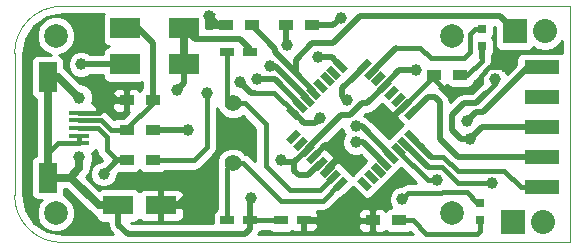
<source format=gbr>
G04 #@! TF.FileFunction,Copper,L1,Top,Signal*
%FSLAX46Y46*%
G04 Gerber Fmt 4.6, Leading zero omitted, Abs format (unit mm)*
G04 Created by KiCad (PCBNEW (2015-01-16 BZR 5376)-product) date 10/12/2015 10:35:16 AM*
%MOMM*%
G01*
G04 APERTURE LIST*
%ADD10C,0.100000*%
%ADD11R,2.032000X2.032000*%
%ADD12O,2.032000X2.032000*%
%ADD13R,1.778000X0.400000*%
%ADD14C,1.000000*%
%ADD15R,1.550000X2.500000*%
%ADD16C,2.000000*%
%ADD17R,1.200000X0.750000*%
%ADD18R,2.600960X1.600200*%
%ADD19R,0.797560X0.797560*%
%ADD20R,3.000000X1.200000*%
%ADD21R,1.200000X0.900000*%
%ADD22C,1.422400*%
%ADD23R,2.500000X1.800860*%
%ADD24C,0.457200*%
%ADD25C,0.508000*%
%ADD26C,0.635000*%
%ADD27C,0.381000*%
%ADD28C,0.254000*%
G04 APERTURE END LIST*
D10*
X110000000Y-86000000D02*
X153000000Y-86000000D01*
X106000000Y-90000000D02*
X106000000Y-102000000D01*
X110000000Y-106000000D02*
X153000000Y-106000000D01*
X106000000Y-102000000D02*
G75*
G03X110000000Y-106000000I4000000J0D01*
G01*
X110000000Y-86000000D02*
G75*
G03X106000000Y-90000000I0J-4000000D01*
G01*
X153000000Y-106000000D02*
X153000000Y-86000000D01*
D11*
X148336000Y-88138000D03*
D12*
X150876000Y-88138000D03*
D11*
X148209000Y-104267000D03*
D12*
X150749000Y-104267000D03*
D13*
X111500000Y-95000000D03*
X111500000Y-95650000D03*
X111500000Y-96300000D03*
X111500000Y-96950000D03*
X111500000Y-97600000D03*
D14*
X111500000Y-93800000D03*
X111500000Y-98800000D03*
D15*
X108800000Y-92000000D03*
X108800000Y-100500000D03*
D16*
X143000000Y-88500000D03*
X143000000Y-103500000D03*
X109500000Y-103500000D03*
X109500000Y-88500000D03*
D17*
X124018000Y-89916000D03*
X125918000Y-89916000D03*
X124018000Y-104140000D03*
X125918000Y-104140000D03*
X128590000Y-104140000D03*
X130490000Y-104140000D03*
D18*
X118386860Y-102870000D03*
X114785140Y-102870000D03*
D19*
X145542000Y-89395300D03*
X145542000Y-87896700D03*
X145415000Y-104127300D03*
X145415000Y-102628700D03*
D20*
X150622000Y-91186000D03*
X150622000Y-93726000D03*
X150622000Y-96266000D03*
X150622000Y-98806000D03*
X150622000Y-101346000D03*
D21*
X126068000Y-87630000D03*
X123868000Y-87630000D03*
X115486000Y-93980000D03*
X117686000Y-93980000D03*
X115486000Y-96520000D03*
X117686000Y-96520000D03*
X115486000Y-99060000D03*
X117686000Y-99060000D03*
X131148000Y-87630000D03*
X128948000Y-87630000D03*
D22*
X124460000Y-94234000D03*
X124460000Y-99314000D03*
D10*
G36*
X129422765Y-97673701D02*
X128998501Y-97249437D01*
X129847029Y-96400909D01*
X130271293Y-96825173D01*
X129422765Y-97673701D01*
X129422765Y-97673701D01*
G37*
G36*
X129988451Y-98239386D02*
X129564187Y-97815122D01*
X130412715Y-96966594D01*
X130836979Y-97390858D01*
X129988451Y-98239386D01*
X129988451Y-98239386D01*
G37*
G36*
X130554136Y-98805072D02*
X130129872Y-98380808D01*
X130978400Y-97532280D01*
X131402664Y-97956544D01*
X130554136Y-98805072D01*
X130554136Y-98805072D01*
G37*
G36*
X131119821Y-99370757D02*
X130695557Y-98946493D01*
X131544085Y-98097965D01*
X131968349Y-98522229D01*
X131119821Y-99370757D01*
X131119821Y-99370757D01*
G37*
G36*
X131685507Y-99936443D02*
X131261243Y-99512179D01*
X132109771Y-98663651D01*
X132534035Y-99087915D01*
X131685507Y-99936443D01*
X131685507Y-99936443D01*
G37*
G36*
X132251192Y-100502128D02*
X131826928Y-100077864D01*
X132675456Y-99229336D01*
X133099720Y-99653600D01*
X132251192Y-100502128D01*
X132251192Y-100502128D01*
G37*
G36*
X132816878Y-101067813D02*
X132392614Y-100643549D01*
X133241142Y-99795021D01*
X133665406Y-100219285D01*
X132816878Y-101067813D01*
X132816878Y-101067813D01*
G37*
G36*
X133382563Y-101633499D02*
X132958299Y-101209235D01*
X133806827Y-100360707D01*
X134231091Y-100784971D01*
X133382563Y-101633499D01*
X133382563Y-101633499D01*
G37*
G36*
X136281701Y-101209235D02*
X135857437Y-101633499D01*
X135008909Y-100784971D01*
X135433173Y-100360707D01*
X136281701Y-101209235D01*
X136281701Y-101209235D01*
G37*
G36*
X136847386Y-100643549D02*
X136423122Y-101067813D01*
X135574594Y-100219285D01*
X135998858Y-99795021D01*
X136847386Y-100643549D01*
X136847386Y-100643549D01*
G37*
G36*
X137413072Y-100077864D02*
X136988808Y-100502128D01*
X136140280Y-99653600D01*
X136564544Y-99229336D01*
X137413072Y-100077864D01*
X137413072Y-100077864D01*
G37*
G36*
X137978757Y-99512179D02*
X137554493Y-99936443D01*
X136705965Y-99087915D01*
X137130229Y-98663651D01*
X137978757Y-99512179D01*
X137978757Y-99512179D01*
G37*
G36*
X138544443Y-98946493D02*
X138120179Y-99370757D01*
X137271651Y-98522229D01*
X137695915Y-98097965D01*
X138544443Y-98946493D01*
X138544443Y-98946493D01*
G37*
G36*
X139110128Y-98380808D02*
X138685864Y-98805072D01*
X137837336Y-97956544D01*
X138261600Y-97532280D01*
X139110128Y-98380808D01*
X139110128Y-98380808D01*
G37*
G36*
X139675813Y-97815122D02*
X139251549Y-98239386D01*
X138403021Y-97390858D01*
X138827285Y-96966594D01*
X139675813Y-97815122D01*
X139675813Y-97815122D01*
G37*
G36*
X140241499Y-97249437D02*
X139817235Y-97673701D01*
X138968707Y-96825173D01*
X139392971Y-96400909D01*
X140241499Y-97249437D01*
X140241499Y-97249437D01*
G37*
G36*
X139392971Y-95623091D02*
X138968707Y-95198827D01*
X139817235Y-94350299D01*
X140241499Y-94774563D01*
X139392971Y-95623091D01*
X139392971Y-95623091D01*
G37*
G36*
X138827285Y-95057406D02*
X138403021Y-94633142D01*
X139251549Y-93784614D01*
X139675813Y-94208878D01*
X138827285Y-95057406D01*
X138827285Y-95057406D01*
G37*
G36*
X138261600Y-94491720D02*
X137837336Y-94067456D01*
X138685864Y-93218928D01*
X139110128Y-93643192D01*
X138261600Y-94491720D01*
X138261600Y-94491720D01*
G37*
G36*
X137695915Y-93926035D02*
X137271651Y-93501771D01*
X138120179Y-92653243D01*
X138544443Y-93077507D01*
X137695915Y-93926035D01*
X137695915Y-93926035D01*
G37*
G36*
X137130229Y-93360349D02*
X136705965Y-92936085D01*
X137554493Y-92087557D01*
X137978757Y-92511821D01*
X137130229Y-93360349D01*
X137130229Y-93360349D01*
G37*
G36*
X136564544Y-92794664D02*
X136140280Y-92370400D01*
X136988808Y-91521872D01*
X137413072Y-91946136D01*
X136564544Y-92794664D01*
X136564544Y-92794664D01*
G37*
G36*
X135998858Y-92228979D02*
X135574594Y-91804715D01*
X136423122Y-90956187D01*
X136847386Y-91380451D01*
X135998858Y-92228979D01*
X135998858Y-92228979D01*
G37*
G36*
X135433173Y-91663293D02*
X135008909Y-91239029D01*
X135857437Y-90390501D01*
X136281701Y-90814765D01*
X135433173Y-91663293D01*
X135433173Y-91663293D01*
G37*
G36*
X134231091Y-91239029D02*
X133806827Y-91663293D01*
X132958299Y-90814765D01*
X133382563Y-90390501D01*
X134231091Y-91239029D01*
X134231091Y-91239029D01*
G37*
G36*
X133665406Y-91804715D02*
X133241142Y-92228979D01*
X132392614Y-91380451D01*
X132816878Y-90956187D01*
X133665406Y-91804715D01*
X133665406Y-91804715D01*
G37*
G36*
X133099720Y-92370400D02*
X132675456Y-92794664D01*
X131826928Y-91946136D01*
X132251192Y-91521872D01*
X133099720Y-92370400D01*
X133099720Y-92370400D01*
G37*
G36*
X132534035Y-92936085D02*
X132109771Y-93360349D01*
X131261243Y-92511821D01*
X131685507Y-92087557D01*
X132534035Y-92936085D01*
X132534035Y-92936085D01*
G37*
G36*
X131968349Y-93501771D02*
X131544085Y-93926035D01*
X130695557Y-93077507D01*
X131119821Y-92653243D01*
X131968349Y-93501771D01*
X131968349Y-93501771D01*
G37*
G36*
X131402664Y-94067456D02*
X130978400Y-94491720D01*
X130129872Y-93643192D01*
X130554136Y-93218928D01*
X131402664Y-94067456D01*
X131402664Y-94067456D01*
G37*
G36*
X130836979Y-94633142D02*
X130412715Y-95057406D01*
X129564187Y-94208878D01*
X129988451Y-93784614D01*
X130836979Y-94633142D01*
X130836979Y-94633142D01*
G37*
G36*
X130271293Y-95198827D02*
X129847029Y-95623091D01*
X128998501Y-94774563D01*
X129422765Y-94350299D01*
X130271293Y-95198827D01*
X130271293Y-95198827D01*
G37*
D23*
X115356640Y-87884000D03*
X120355360Y-87884000D03*
X115356640Y-90932000D03*
X120355360Y-90932000D03*
D21*
X141521000Y-91821000D03*
X143721000Y-91821000D03*
X136314000Y-104140000D03*
X138514000Y-104140000D03*
D14*
X119761000Y-93091000D03*
X128524000Y-99060000D03*
X125984000Y-102235000D03*
X139954000Y-91440000D03*
X113538000Y-92964000D03*
X122428000Y-86868000D03*
X120904000Y-101854000D03*
X134493000Y-99187000D03*
X132461000Y-104140000D03*
X137668000Y-96647000D03*
X147574000Y-91186000D03*
X111633000Y-90932000D03*
X113538000Y-100203000D03*
X134112000Y-93980000D03*
X138811000Y-102362000D03*
X120650000Y-96520000D03*
X134874000Y-97536000D03*
X122301000Y-93345000D03*
X125095000Y-92456000D03*
X131826000Y-95504000D03*
X134874000Y-96139000D03*
X141732000Y-100711000D03*
X144526000Y-97282000D03*
X146685000Y-92202000D03*
X146431000Y-100965000D03*
X144272000Y-95758000D03*
X131699000Y-90297000D03*
X127635000Y-91059000D03*
X129032000Y-89281000D03*
X126492000Y-92202000D03*
X133604000Y-86995000D03*
D24*
X124018000Y-93792000D02*
X124460000Y-94234000D01*
X124018000Y-89916000D02*
X124018000Y-93792000D01*
X125476000Y-94234000D02*
X124460000Y-94234000D01*
X127254000Y-96012000D02*
X125476000Y-94234000D01*
X127254000Y-99568000D02*
X127254000Y-96012000D01*
X129286000Y-101600000D02*
X127254000Y-99568000D01*
X131826000Y-101600000D02*
X129286000Y-101600000D01*
X132994583Y-100431417D02*
X131826000Y-101600000D01*
X133029010Y-100431417D02*
X132994583Y-100431417D01*
D25*
X130867686Y-100330000D02*
X131897639Y-99300047D01*
X130048000Y-100330000D02*
X130867686Y-100330000D01*
X129667000Y-99949000D02*
X130048000Y-100330000D01*
X129667000Y-99250500D02*
X129667000Y-99949000D01*
X129698750Y-99218750D02*
X129667000Y-99250500D01*
X130748824Y-98168676D02*
X129698750Y-99218750D01*
X130766268Y-98168676D02*
X130748824Y-98168676D01*
D24*
X125918000Y-104140000D02*
X128590000Y-104140000D01*
X111500000Y-96950000D02*
X111500000Y-97600000D01*
X108800000Y-98464000D02*
X109664000Y-97600000D01*
X109664000Y-97600000D02*
X111500000Y-97600000D01*
X108800000Y-100500000D02*
X108800000Y-98464000D01*
D26*
X108800000Y-92000000D02*
X108800000Y-100500000D01*
X113157000Y-102870000D02*
X110787000Y-100500000D01*
X110787000Y-100500000D02*
X108800000Y-100500000D01*
X114785140Y-102870000D02*
X113157000Y-102870000D01*
X120355360Y-87884000D02*
X120355360Y-90932000D01*
D25*
X121244360Y-88773000D02*
X120355360Y-87884000D01*
X125095000Y-88773000D02*
X121244360Y-88773000D01*
X125918000Y-89596000D02*
X125095000Y-88773000D01*
X125918000Y-89916000D02*
X125918000Y-89596000D01*
D26*
X109700000Y-92000000D02*
X111500000Y-93800000D01*
X108800000Y-92000000D02*
X109700000Y-92000000D01*
X110701000Y-100500000D02*
X111500000Y-99701000D01*
X111500000Y-99701000D02*
X111500000Y-98800000D01*
X108800000Y-100500000D02*
X110701000Y-100500000D01*
D25*
X120355360Y-92496640D02*
X119761000Y-93091000D01*
X120355360Y-90932000D02*
X120355360Y-92496640D01*
X125918000Y-104841000D02*
X125918000Y-104140000D01*
X125476000Y-105283000D02*
X125918000Y-104841000D01*
X115570000Y-105283000D02*
X125476000Y-105283000D01*
X114785140Y-104498140D02*
X115570000Y-105283000D01*
X114785140Y-102870000D02*
X114785140Y-104498140D01*
X128682750Y-99218750D02*
X128524000Y-99060000D01*
X125984000Y-102235000D02*
X125918000Y-102301000D01*
X125918000Y-102301000D02*
X125918000Y-104140000D01*
X129698750Y-99218750D02*
X128682750Y-99218750D01*
X133604000Y-95250000D02*
X134366000Y-95250000D01*
X134366000Y-95250000D02*
X135382000Y-94234000D01*
X135382000Y-94234000D02*
X135832314Y-94234000D01*
X135832314Y-94234000D02*
X137342361Y-92723953D01*
X130766268Y-98087732D02*
X133604000Y-95250000D01*
X130766268Y-98168676D02*
X130766268Y-98087732D01*
X138557000Y-91440000D02*
X139065000Y-91440000D01*
X139954000Y-91440000D02*
X139065000Y-91440000D01*
X137342361Y-92654639D02*
X138557000Y-91440000D01*
X137342361Y-92723953D02*
X137342361Y-92654639D01*
D24*
X124018000Y-101534000D02*
X124018000Y-104140000D01*
X124018000Y-99756000D02*
X124460000Y-99314000D01*
X124018000Y-104140000D02*
X124018000Y-99756000D01*
X125349000Y-99314000D02*
X124460000Y-99314000D01*
X128524000Y-102489000D02*
X125349000Y-99314000D01*
X132080000Y-102489000D02*
X128524000Y-102489000D01*
X133571897Y-100997103D02*
X132080000Y-102489000D01*
X133594695Y-100997103D02*
X133571897Y-100997103D01*
D27*
X134747000Y-104140000D02*
X132461000Y-104140000D01*
D25*
X133477000Y-98852056D02*
X132463324Y-99865732D01*
X133477000Y-98171000D02*
X133477000Y-98852056D01*
X133350000Y-98044000D02*
X133477000Y-98171000D01*
X133096000Y-97790000D02*
X133350000Y-98044000D01*
X132270500Y-97790000D02*
X133096000Y-97790000D01*
X131331953Y-98728547D02*
X132270500Y-97790000D01*
X131331953Y-98734361D02*
X131331953Y-98728547D01*
D24*
X113153000Y-95000000D02*
X114173000Y-93980000D01*
X114173000Y-93980000D02*
X115486000Y-93980000D01*
X111500000Y-95000000D02*
X113153000Y-95000000D01*
D25*
X113538000Y-92964000D02*
X114554000Y-93980000D01*
X114554000Y-93980000D02*
X115486000Y-93980000D01*
X123868000Y-87630000D02*
X123190000Y-87630000D01*
X123190000Y-87630000D02*
X122428000Y-86868000D01*
D26*
X119888000Y-102870000D02*
X120904000Y-101854000D01*
X118386860Y-102870000D02*
X119888000Y-102870000D01*
D25*
X133350000Y-98044000D02*
X134493000Y-99187000D01*
X130490000Y-104140000D02*
X132461000Y-104140000D01*
X131331953Y-98728547D02*
X131331953Y-98734361D01*
X132270500Y-97790000D02*
X131331953Y-98728547D01*
X133096000Y-97790000D02*
X132270500Y-97790000D01*
X133477000Y-98171000D02*
X133096000Y-97790000D01*
X133477000Y-98806000D02*
X133477000Y-98171000D01*
X132463324Y-99819676D02*
X133477000Y-98806000D01*
X132463324Y-99865732D02*
X132463324Y-99819676D01*
X137668000Y-95758000D02*
X137668000Y-96647000D01*
X139004990Y-94421010D02*
X137668000Y-95758000D01*
X139039417Y-94421010D02*
X139004990Y-94421010D01*
D24*
X132461000Y-104140000D02*
X136314000Y-104140000D01*
X141521000Y-91905000D02*
X141521000Y-91821000D01*
X139039417Y-94386583D02*
X141521000Y-91905000D01*
X139039417Y-94421010D02*
X139039417Y-94386583D01*
D27*
X142621000Y-93281500D02*
X144716500Y-93281500D01*
X144716500Y-93281500D02*
X145478500Y-92519500D01*
X145478500Y-92519500D02*
X145478500Y-91884500D01*
X145478500Y-91884500D02*
X146177000Y-91186000D01*
X141521000Y-92181500D02*
X142621000Y-93281500D01*
X141521000Y-91821000D02*
X141521000Y-92181500D01*
X141521000Y-92181500D02*
X141521000Y-91821000D01*
X142621000Y-93281500D02*
X141521000Y-92181500D01*
X144716500Y-93281500D02*
X142621000Y-93281500D01*
X145478500Y-92519500D02*
X144716500Y-93281500D01*
X145478500Y-91884500D02*
X145478500Y-92519500D01*
X146177000Y-91186000D02*
X145478500Y-91884500D01*
X147574000Y-91186000D02*
X146177000Y-91186000D01*
D24*
X113303000Y-95650000D02*
X114173000Y-96520000D01*
X114173000Y-96520000D02*
X115486000Y-96520000D01*
X111500000Y-95650000D02*
X113303000Y-95650000D01*
X115486000Y-96350000D02*
X115486000Y-96520000D01*
X117686000Y-94150000D02*
X115486000Y-96350000D01*
X117686000Y-93980000D02*
X117686000Y-94150000D01*
D25*
X117686000Y-89111000D02*
X117686000Y-93980000D01*
X116459000Y-87884000D02*
X117686000Y-89111000D01*
X115356640Y-87884000D02*
X116459000Y-87884000D01*
D24*
X114681000Y-99060000D02*
X115486000Y-99060000D01*
X113792000Y-98171000D02*
X114681000Y-99060000D01*
X113792000Y-97037028D02*
X113792000Y-98171000D01*
X113054972Y-96300000D02*
X113792000Y-97037028D01*
X111500000Y-96300000D02*
X113054972Y-96300000D01*
D25*
X114681000Y-99060000D02*
X115486000Y-99060000D01*
X115356640Y-90932000D02*
X112776000Y-90932000D01*
X113538000Y-100203000D02*
X114681000Y-99060000D01*
X115356640Y-90932000D02*
X111633000Y-90932000D01*
D27*
X138303000Y-89535000D02*
X140335000Y-89535000D01*
X145021300Y-87896700D02*
X145542000Y-87896700D01*
X144526000Y-88392000D02*
X145021300Y-87896700D01*
X144526000Y-89916000D02*
X144526000Y-88392000D01*
X144018000Y-90424000D02*
X144526000Y-89916000D01*
X141224000Y-90424000D02*
X144018000Y-90424000D01*
X140335000Y-89535000D02*
X141224000Y-90424000D01*
D25*
X136245417Y-91592583D02*
X138303000Y-89535000D01*
X136210990Y-91592583D02*
X136245417Y-91592583D01*
X133731000Y-93599000D02*
X134112000Y-93980000D01*
D24*
X144272000Y-101727000D02*
X145173700Y-102628700D01*
X142240000Y-101727000D02*
X144272000Y-101727000D01*
X142113000Y-101854000D02*
X142240000Y-101727000D01*
X139319000Y-101854000D02*
X142113000Y-101854000D01*
X138811000Y-102362000D02*
X139319000Y-101854000D01*
X145173700Y-102628700D02*
X145415000Y-102628700D01*
D25*
X135645305Y-91026897D02*
X135668103Y-91026897D01*
X135645305Y-91026897D02*
X135645305Y-91049695D01*
X133731000Y-93599000D02*
X133731000Y-92964000D01*
X133731000Y-92964000D02*
X134620000Y-92075000D01*
X134620000Y-92075000D02*
X135645305Y-91049695D01*
X133731000Y-93599000D02*
X133731000Y-92964000D01*
X120650000Y-96520000D02*
X117686000Y-96520000D01*
X135509000Y-97536000D02*
X134874000Y-97536000D01*
X137273047Y-99300047D02*
X135509000Y-97536000D01*
X137342361Y-99300047D02*
X137273047Y-99300047D01*
X137908047Y-98734361D02*
X137850361Y-98734361D01*
D24*
X121158000Y-99060000D02*
X122301000Y-97917000D01*
X122301000Y-97917000D02*
X122301000Y-93345000D01*
X117686000Y-99060000D02*
X121158000Y-99060000D01*
X126365000Y-93345000D02*
X127993202Y-93345000D01*
X129634897Y-94986695D02*
X127993202Y-93345000D01*
D25*
X125984000Y-93345000D02*
X125095000Y-92456000D01*
X126365000Y-93345000D02*
X125984000Y-93345000D01*
X137908047Y-98734361D02*
X137908047Y-98665047D01*
X129634897Y-94986695D02*
X129657695Y-94986695D01*
X131826000Y-95504000D02*
X131445000Y-95885000D01*
X131445000Y-95885000D02*
X130533202Y-95885000D01*
X130533202Y-95885000D02*
X129634897Y-94986695D01*
X135382000Y-96139000D02*
X134874000Y-96139000D01*
X137908047Y-98665047D02*
X135382000Y-96139000D01*
D24*
X138473732Y-98168676D02*
X138473732Y-98214732D01*
X138473732Y-98214732D02*
X140970000Y-100711000D01*
X140970000Y-100711000D02*
X141732000Y-100711000D01*
D25*
X144526000Y-97282000D02*
X145542000Y-96266000D01*
X144526000Y-97282000D02*
X143764000Y-97282000D01*
X143002000Y-96520000D02*
X143002000Y-95504000D01*
X143764000Y-97282000D02*
X143002000Y-96520000D01*
X143002000Y-95250000D02*
X144018000Y-94234000D01*
X144018000Y-94234000D02*
X145034000Y-94234000D01*
X145859500Y-93408500D02*
X145923000Y-93345000D01*
X145034000Y-94234000D02*
X145859500Y-93408500D01*
X143002000Y-95504000D02*
X143002000Y-95250000D01*
D27*
X145859500Y-93408500D02*
X145859500Y-93345000D01*
X146685000Y-92583000D02*
X146685000Y-92202000D01*
X145923000Y-93345000D02*
X146685000Y-92583000D01*
X145859500Y-93345000D02*
X145923000Y-93345000D01*
D25*
X145542000Y-96266000D02*
X144526000Y-97282000D01*
X150622000Y-96266000D02*
X145542000Y-96266000D01*
D24*
X141033500Y-99631500D02*
X142176500Y-99631500D01*
X143510000Y-100965000D02*
X146431000Y-100965000D01*
X142176500Y-99631500D02*
X143510000Y-100965000D01*
D25*
X139039417Y-97602990D02*
X139039417Y-97637417D01*
X149479000Y-91186000D02*
X150622000Y-91186000D01*
X141033500Y-99631500D02*
X139039417Y-97637417D01*
X144272000Y-95758000D02*
X145034000Y-94996000D01*
X145034000Y-94996000D02*
X145669000Y-94996000D01*
X146939000Y-93726000D02*
X149479000Y-91186000D01*
X145669000Y-94996000D02*
X146939000Y-93726000D01*
D24*
X141298899Y-98731101D02*
X142292101Y-98731101D01*
X148844000Y-101346000D02*
X150622000Y-101346000D01*
X147447000Y-99949000D02*
X148844000Y-101346000D01*
X143510000Y-99949000D02*
X147447000Y-99949000D01*
X142292101Y-98731101D02*
X143510000Y-99949000D01*
D25*
X139605103Y-97060103D02*
X140589000Y-98044000D01*
X139605103Y-97037305D02*
X139605103Y-97060103D01*
X141298899Y-98731101D02*
X139605103Y-97037305D01*
X139605103Y-94986695D02*
X139709305Y-94986695D01*
X141605000Y-93726000D02*
X141986000Y-94107000D01*
X141986000Y-94107000D02*
X141986000Y-94488000D01*
X144399000Y-98806000D02*
X143510000Y-98806000D01*
X141986000Y-97282000D02*
X141986000Y-94488000D01*
X143510000Y-98806000D02*
X141986000Y-97282000D01*
X140970000Y-93726000D02*
X139709305Y-94986695D01*
X140970000Y-93726000D02*
X141224000Y-93726000D01*
X150622000Y-98806000D02*
X144399000Y-98806000D01*
X141224000Y-93726000D02*
X141605000Y-93726000D01*
X132842000Y-90297000D02*
X131699000Y-90297000D01*
X133571897Y-91026897D02*
X132842000Y-90297000D01*
X132842000Y-90297000D02*
X131699000Y-90297000D01*
X133571897Y-91026897D02*
X132842000Y-90297000D01*
X133594695Y-91026897D02*
X133571897Y-91026897D01*
X128016000Y-89578000D02*
X126068000Y-87630000D01*
X128016000Y-89916000D02*
X128016000Y-89578000D01*
X129794000Y-91694000D02*
X128016000Y-89916000D01*
X131331953Y-93231953D02*
X129794000Y-91694000D01*
X147066000Y-86868000D02*
X148336000Y-88138000D01*
X129794000Y-90551000D02*
X131191000Y-89154000D01*
X131191000Y-89154000D02*
X132969000Y-89154000D01*
X132969000Y-89154000D02*
X135255000Y-86868000D01*
X135255000Y-86868000D02*
X147066000Y-86868000D01*
X129794000Y-91694000D02*
X129794000Y-90551000D01*
X147066000Y-86868000D02*
X148336000Y-88138000D01*
X135255000Y-86868000D02*
X147066000Y-86868000D01*
X132969000Y-89154000D02*
X135255000Y-86868000D01*
X131191000Y-89154000D02*
X132969000Y-89154000D01*
X129794000Y-90551000D02*
X131191000Y-89154000D01*
X129794000Y-91694000D02*
X129794000Y-90551000D01*
X131331953Y-93231953D02*
X129794000Y-91694000D01*
X131331953Y-93289639D02*
X131331953Y-93231953D01*
X130766268Y-93855324D02*
X130766268Y-93809268D01*
X130766268Y-93809268D02*
X128016000Y-91059000D01*
X128016000Y-91059000D02*
X127635000Y-91059000D01*
X128948000Y-89197000D02*
X128948000Y-87630000D01*
X129032000Y-89281000D02*
X128948000Y-89197000D01*
X128016000Y-92202000D02*
X126492000Y-92202000D01*
X130200583Y-94386583D02*
X128016000Y-92202000D01*
X130200583Y-94421010D02*
X130200583Y-94386583D01*
X133604000Y-86995000D02*
X132969000Y-87630000D01*
X131148000Y-87630000D02*
X132969000Y-87630000D01*
X145542000Y-90424000D02*
X145542000Y-89395300D01*
X144102000Y-91948000D02*
X144102000Y-91864000D01*
D24*
X144335500Y-91821000D02*
X145542000Y-90614500D01*
X145542000Y-90614500D02*
X145542000Y-89395300D01*
X143721000Y-91821000D02*
X144335500Y-91821000D01*
D27*
X145415000Y-104127300D02*
X145415000Y-105029000D01*
X145415000Y-105029000D02*
X145161000Y-105283000D01*
X145161000Y-105283000D02*
X145415000Y-105029000D01*
X139700000Y-104140000D02*
X140843000Y-105283000D01*
X140843000Y-105283000D02*
X145161000Y-105283000D01*
X138514000Y-104140000D02*
X139700000Y-104140000D01*
D28*
G36*
X116797000Y-92960330D02*
X116631073Y-93069327D01*
X116587662Y-93133637D01*
X116445698Y-92991673D01*
X116212309Y-92895000D01*
X115771750Y-92895000D01*
X115613000Y-93053750D01*
X115613000Y-93853000D01*
X115633000Y-93853000D01*
X115633000Y-94107000D01*
X115613000Y-94107000D01*
X115613000Y-94906250D01*
X115660717Y-94953967D01*
X115359000Y-95255684D01*
X115359000Y-94906250D01*
X115359000Y-94107000D01*
X115359000Y-93853000D01*
X115359000Y-93053750D01*
X115200250Y-92895000D01*
X114759691Y-92895000D01*
X114526302Y-92991673D01*
X114347673Y-93170301D01*
X114251000Y-93403690D01*
X114251000Y-93656309D01*
X114251000Y-93694250D01*
X114409750Y-93853000D01*
X115359000Y-93853000D01*
X115359000Y-94107000D01*
X114409750Y-94107000D01*
X114251000Y-94265750D01*
X114251000Y-94303691D01*
X114251000Y-94556310D01*
X114347673Y-94789699D01*
X114526302Y-94968327D01*
X114759691Y-95065000D01*
X115200250Y-95065000D01*
X115359000Y-94906250D01*
X115359000Y-95255684D01*
X115192125Y-95422560D01*
X114886000Y-95422560D01*
X114643877Y-95469537D01*
X114462800Y-95588485D01*
X113913657Y-95039343D01*
X113633485Y-94852138D01*
X113303000Y-94786400D01*
X113024000Y-94786400D01*
X112978850Y-94786400D01*
X113024000Y-94741250D01*
X113024000Y-94673690D01*
X112927327Y-94440301D01*
X112748698Y-94261673D01*
X112567817Y-94186749D01*
X112610000Y-93974685D01*
X112610000Y-93625315D01*
X112525506Y-93200536D01*
X112284889Y-92840426D01*
X111924779Y-92599809D01*
X111577836Y-92530797D01*
X110373519Y-91326481D01*
X110222440Y-91225533D01*
X110222440Y-90750000D01*
X110175463Y-90507877D01*
X110035673Y-90295073D01*
X109824640Y-90152623D01*
X109737804Y-90135208D01*
X109823795Y-90135284D01*
X110424943Y-89886894D01*
X110885278Y-89427363D01*
X111134716Y-88826648D01*
X111135284Y-88176205D01*
X110886894Y-87575057D01*
X110427363Y-87114722D01*
X109826648Y-86865284D01*
X109176205Y-86864716D01*
X108575057Y-87113106D01*
X108114722Y-87572637D01*
X107865284Y-88173352D01*
X107864716Y-88823795D01*
X108113106Y-89424943D01*
X108572637Y-89885278D01*
X109095911Y-90102560D01*
X108025000Y-90102560D01*
X107782877Y-90149537D01*
X107570073Y-90289327D01*
X107427623Y-90500360D01*
X107377560Y-90750000D01*
X107377560Y-93250000D01*
X107424537Y-93492123D01*
X107564327Y-93704927D01*
X107775360Y-93847377D01*
X107847500Y-93861844D01*
X107847500Y-98636998D01*
X107782877Y-98649537D01*
X107570073Y-98789327D01*
X107427623Y-99000360D01*
X107377560Y-99250000D01*
X107377560Y-101750000D01*
X107424537Y-101992123D01*
X107564327Y-102204927D01*
X107775360Y-102347377D01*
X108025000Y-102397440D01*
X108290225Y-102397440D01*
X108114722Y-102572637D01*
X107865284Y-103173352D01*
X107864716Y-103823795D01*
X108113106Y-104424943D01*
X108572637Y-104885278D01*
X109173352Y-105134716D01*
X109823795Y-105135284D01*
X110424943Y-104886894D01*
X110885278Y-104427363D01*
X111134716Y-103826648D01*
X111135284Y-103176205D01*
X110886894Y-102575057D01*
X110427363Y-102114722D01*
X110167524Y-102006828D01*
X110172377Y-101999640D01*
X110222440Y-101750000D01*
X110222440Y-101452500D01*
X110392461Y-101452500D01*
X110392462Y-101452500D01*
X112483481Y-103543519D01*
X112792494Y-103749995D01*
X112855139Y-103762455D01*
X112884197Y-103912223D01*
X113023987Y-104125027D01*
X113235020Y-104267477D01*
X113484660Y-104317540D01*
X113896140Y-104317540D01*
X113896140Y-104498140D01*
X113963811Y-104838346D01*
X114156522Y-105126758D01*
X114344764Y-105315000D01*
X110067467Y-105315000D01*
X108736539Y-105050261D01*
X107665429Y-104334568D01*
X106949737Y-103263459D01*
X106685000Y-101932532D01*
X106685000Y-90067467D01*
X106949737Y-88736540D01*
X107665429Y-87665431D01*
X108736539Y-86949738D01*
X110067467Y-86685000D01*
X113542291Y-86685000D01*
X113509263Y-86733930D01*
X113459200Y-86983570D01*
X113459200Y-88784430D01*
X113506177Y-89026553D01*
X113645967Y-89239357D01*
X113857000Y-89381807D01*
X113985645Y-89407605D01*
X113864517Y-89431107D01*
X113651713Y-89570897D01*
X113509263Y-89781930D01*
X113459200Y-90031570D01*
X113459200Y-90043000D01*
X112776000Y-90043000D01*
X112349283Y-90043000D01*
X112276765Y-89970355D01*
X111859756Y-89797197D01*
X111408225Y-89796803D01*
X110990914Y-89969233D01*
X110671355Y-90288235D01*
X110498197Y-90705244D01*
X110497803Y-91156775D01*
X110670233Y-91574086D01*
X110989235Y-91893645D01*
X111406244Y-92066803D01*
X111857775Y-92067197D01*
X112275086Y-91894767D01*
X112348981Y-91821000D01*
X112776000Y-91821000D01*
X113459200Y-91821000D01*
X113459200Y-91832430D01*
X113506177Y-92074553D01*
X113645967Y-92287357D01*
X113857000Y-92429807D01*
X114106640Y-92479870D01*
X116606640Y-92479870D01*
X116797000Y-92442936D01*
X116797000Y-92960330D01*
X116797000Y-92960330D01*
G37*
X116797000Y-92960330D02*
X116631073Y-93069327D01*
X116587662Y-93133637D01*
X116445698Y-92991673D01*
X116212309Y-92895000D01*
X115771750Y-92895000D01*
X115613000Y-93053750D01*
X115613000Y-93853000D01*
X115633000Y-93853000D01*
X115633000Y-94107000D01*
X115613000Y-94107000D01*
X115613000Y-94906250D01*
X115660717Y-94953967D01*
X115359000Y-95255684D01*
X115359000Y-94906250D01*
X115359000Y-94107000D01*
X115359000Y-93853000D01*
X115359000Y-93053750D01*
X115200250Y-92895000D01*
X114759691Y-92895000D01*
X114526302Y-92991673D01*
X114347673Y-93170301D01*
X114251000Y-93403690D01*
X114251000Y-93656309D01*
X114251000Y-93694250D01*
X114409750Y-93853000D01*
X115359000Y-93853000D01*
X115359000Y-94107000D01*
X114409750Y-94107000D01*
X114251000Y-94265750D01*
X114251000Y-94303691D01*
X114251000Y-94556310D01*
X114347673Y-94789699D01*
X114526302Y-94968327D01*
X114759691Y-95065000D01*
X115200250Y-95065000D01*
X115359000Y-94906250D01*
X115359000Y-95255684D01*
X115192125Y-95422560D01*
X114886000Y-95422560D01*
X114643877Y-95469537D01*
X114462800Y-95588485D01*
X113913657Y-95039343D01*
X113633485Y-94852138D01*
X113303000Y-94786400D01*
X113024000Y-94786400D01*
X112978850Y-94786400D01*
X113024000Y-94741250D01*
X113024000Y-94673690D01*
X112927327Y-94440301D01*
X112748698Y-94261673D01*
X112567817Y-94186749D01*
X112610000Y-93974685D01*
X112610000Y-93625315D01*
X112525506Y-93200536D01*
X112284889Y-92840426D01*
X111924779Y-92599809D01*
X111577836Y-92530797D01*
X110373519Y-91326481D01*
X110222440Y-91225533D01*
X110222440Y-90750000D01*
X110175463Y-90507877D01*
X110035673Y-90295073D01*
X109824640Y-90152623D01*
X109737804Y-90135208D01*
X109823795Y-90135284D01*
X110424943Y-89886894D01*
X110885278Y-89427363D01*
X111134716Y-88826648D01*
X111135284Y-88176205D01*
X110886894Y-87575057D01*
X110427363Y-87114722D01*
X109826648Y-86865284D01*
X109176205Y-86864716D01*
X108575057Y-87113106D01*
X108114722Y-87572637D01*
X107865284Y-88173352D01*
X107864716Y-88823795D01*
X108113106Y-89424943D01*
X108572637Y-89885278D01*
X109095911Y-90102560D01*
X108025000Y-90102560D01*
X107782877Y-90149537D01*
X107570073Y-90289327D01*
X107427623Y-90500360D01*
X107377560Y-90750000D01*
X107377560Y-93250000D01*
X107424537Y-93492123D01*
X107564327Y-93704927D01*
X107775360Y-93847377D01*
X107847500Y-93861844D01*
X107847500Y-98636998D01*
X107782877Y-98649537D01*
X107570073Y-98789327D01*
X107427623Y-99000360D01*
X107377560Y-99250000D01*
X107377560Y-101750000D01*
X107424537Y-101992123D01*
X107564327Y-102204927D01*
X107775360Y-102347377D01*
X108025000Y-102397440D01*
X108290225Y-102397440D01*
X108114722Y-102572637D01*
X107865284Y-103173352D01*
X107864716Y-103823795D01*
X108113106Y-104424943D01*
X108572637Y-104885278D01*
X109173352Y-105134716D01*
X109823795Y-105135284D01*
X110424943Y-104886894D01*
X110885278Y-104427363D01*
X111134716Y-103826648D01*
X111135284Y-103176205D01*
X110886894Y-102575057D01*
X110427363Y-102114722D01*
X110167524Y-102006828D01*
X110172377Y-101999640D01*
X110222440Y-101750000D01*
X110222440Y-101452500D01*
X110392461Y-101452500D01*
X110392462Y-101452500D01*
X112483481Y-103543519D01*
X112792494Y-103749995D01*
X112855139Y-103762455D01*
X112884197Y-103912223D01*
X113023987Y-104125027D01*
X113235020Y-104267477D01*
X113484660Y-104317540D01*
X113896140Y-104317540D01*
X113896140Y-104498140D01*
X113963811Y-104838346D01*
X114156522Y-105126758D01*
X114344764Y-105315000D01*
X110067467Y-105315000D01*
X108736539Y-105050261D01*
X107665429Y-104334568D01*
X106949737Y-103263459D01*
X106685000Y-101932532D01*
X106685000Y-90067467D01*
X106949737Y-88736540D01*
X107665429Y-87665431D01*
X108736539Y-86949738D01*
X110067467Y-86685000D01*
X113542291Y-86685000D01*
X113509263Y-86733930D01*
X113459200Y-86983570D01*
X113459200Y-88784430D01*
X113506177Y-89026553D01*
X113645967Y-89239357D01*
X113857000Y-89381807D01*
X113985645Y-89407605D01*
X113864517Y-89431107D01*
X113651713Y-89570897D01*
X113509263Y-89781930D01*
X113459200Y-90031570D01*
X113459200Y-90043000D01*
X112776000Y-90043000D01*
X112349283Y-90043000D01*
X112276765Y-89970355D01*
X111859756Y-89797197D01*
X111408225Y-89796803D01*
X110990914Y-89969233D01*
X110671355Y-90288235D01*
X110498197Y-90705244D01*
X110497803Y-91156775D01*
X110670233Y-91574086D01*
X110989235Y-91893645D01*
X111406244Y-92066803D01*
X111857775Y-92067197D01*
X112275086Y-91894767D01*
X112348981Y-91821000D01*
X112776000Y-91821000D01*
X113459200Y-91821000D01*
X113459200Y-91832430D01*
X113506177Y-92074553D01*
X113645967Y-92287357D01*
X113857000Y-92429807D01*
X114106640Y-92479870D01*
X116606640Y-92479870D01*
X116797000Y-92442936D01*
X116797000Y-92960330D01*
G36*
X124015000Y-87757000D02*
X123995000Y-87757000D01*
X123995000Y-87777000D01*
X123741000Y-87777000D01*
X123741000Y-87757000D01*
X122791750Y-87757000D01*
X122664750Y-87884000D01*
X122252800Y-87884000D01*
X122252800Y-86983570D01*
X122205823Y-86741447D01*
X122168743Y-86685000D01*
X122864974Y-86685000D01*
X122729673Y-86820301D01*
X122633000Y-87053690D01*
X122633000Y-87306309D01*
X122633000Y-87344250D01*
X122791750Y-87503000D01*
X123741000Y-87503000D01*
X123741000Y-87483000D01*
X123995000Y-87483000D01*
X123995000Y-87503000D01*
X124015000Y-87503000D01*
X124015000Y-87757000D01*
X124015000Y-87757000D01*
G37*
X124015000Y-87757000D02*
X123995000Y-87757000D01*
X123995000Y-87777000D01*
X123741000Y-87777000D01*
X123741000Y-87757000D01*
X122791750Y-87757000D01*
X122664750Y-87884000D01*
X122252800Y-87884000D01*
X122252800Y-86983570D01*
X122205823Y-86741447D01*
X122168743Y-86685000D01*
X122864974Y-86685000D01*
X122729673Y-86820301D01*
X122633000Y-87053690D01*
X122633000Y-87306309D01*
X122633000Y-87344250D01*
X122791750Y-87503000D01*
X123741000Y-87503000D01*
X123741000Y-87483000D01*
X123995000Y-87483000D01*
X123995000Y-87503000D01*
X124015000Y-87503000D01*
X124015000Y-87757000D01*
G36*
X126390400Y-99134086D02*
X125959657Y-98703343D01*
X125679485Y-98516138D01*
X125537490Y-98487893D01*
X125537489Y-98487893D01*
X125223557Y-98173412D01*
X124728951Y-97968034D01*
X124193399Y-97967566D01*
X123698435Y-98172081D01*
X123319412Y-98550443D01*
X123114034Y-99045049D01*
X123113566Y-99580601D01*
X123164681Y-99704310D01*
X123154400Y-99756000D01*
X123154400Y-101534000D01*
X123154400Y-103178645D01*
X122963073Y-103304327D01*
X122820623Y-103515360D01*
X122770560Y-103765000D01*
X122770560Y-104394000D01*
X120322340Y-104394000D01*
X120322340Y-103796410D01*
X120322340Y-103543791D01*
X120322340Y-103155750D01*
X120322340Y-102584250D01*
X120322340Y-102196209D01*
X120322340Y-101943590D01*
X120225667Y-101710201D01*
X120047038Y-101531573D01*
X119813649Y-101434900D01*
X118672610Y-101434900D01*
X118513860Y-101593650D01*
X118513860Y-102743000D01*
X120163590Y-102743000D01*
X120322340Y-102584250D01*
X120322340Y-103155750D01*
X120163590Y-102997000D01*
X118513860Y-102997000D01*
X118513860Y-104146350D01*
X118672610Y-104305100D01*
X119813649Y-104305100D01*
X120047038Y-104208427D01*
X120225667Y-104029799D01*
X120322340Y-103796410D01*
X120322340Y-104394000D01*
X115938236Y-104394000D01*
X115861776Y-104317540D01*
X116085620Y-104317540D01*
X116327743Y-104270563D01*
X116540547Y-104130773D01*
X116584263Y-104066009D01*
X116726682Y-104208427D01*
X116960071Y-104305100D01*
X118101110Y-104305100D01*
X118259860Y-104146350D01*
X118259860Y-102997000D01*
X118239860Y-102997000D01*
X118239860Y-102743000D01*
X118259860Y-102743000D01*
X118259860Y-101593650D01*
X118101110Y-101434900D01*
X116960071Y-101434900D01*
X116726682Y-101531573D01*
X116584745Y-101673509D01*
X116546293Y-101614973D01*
X116335260Y-101472523D01*
X116085620Y-101422460D01*
X113484660Y-101422460D01*
X113242537Y-101469437D01*
X113158607Y-101524569D01*
X112091037Y-100456999D01*
X112173519Y-100374519D01*
X112379995Y-100065506D01*
X112452500Y-99701000D01*
X112452500Y-99508725D01*
X112525506Y-99399464D01*
X112610000Y-98974685D01*
X112610000Y-98625315D01*
X112567720Y-98412764D01*
X112631123Y-98400463D01*
X112843927Y-98260673D01*
X112928400Y-98135530D01*
X112928400Y-98171000D01*
X112994138Y-98501485D01*
X113181343Y-98781657D01*
X113441724Y-99042039D01*
X113415871Y-99067892D01*
X113313225Y-99067803D01*
X112895914Y-99240233D01*
X112576355Y-99559235D01*
X112403197Y-99976244D01*
X112402803Y-100427775D01*
X112575233Y-100845086D01*
X112894235Y-101164645D01*
X113311244Y-101337803D01*
X113762775Y-101338197D01*
X114180086Y-101165767D01*
X114499645Y-100846765D01*
X114672803Y-100429756D01*
X114672894Y-100325341D01*
X114848346Y-100149889D01*
X114886000Y-100157440D01*
X116086000Y-100157440D01*
X116328123Y-100110463D01*
X116540927Y-99970673D01*
X116585613Y-99904471D01*
X116625327Y-99964927D01*
X116836360Y-100107377D01*
X117086000Y-100157440D01*
X118286000Y-100157440D01*
X118528123Y-100110463D01*
X118740927Y-99970673D01*
X118772701Y-99923600D01*
X121158000Y-99923600D01*
X121158000Y-99923599D01*
X121488485Y-99857862D01*
X121768657Y-99670657D01*
X122911657Y-98527657D01*
X123098862Y-98247486D01*
X123098862Y-98247485D01*
X123109768Y-98192654D01*
X123164599Y-97917000D01*
X123164600Y-97917000D01*
X123164600Y-94624112D01*
X123318081Y-94995565D01*
X123696443Y-95374588D01*
X124191049Y-95579966D01*
X124726601Y-95580434D01*
X125221565Y-95375919D01*
X125309161Y-95288475D01*
X126390400Y-96369714D01*
X126390400Y-99134086D01*
X126390400Y-99134086D01*
G37*
X126390400Y-99134086D02*
X125959657Y-98703343D01*
X125679485Y-98516138D01*
X125537490Y-98487893D01*
X125537489Y-98487893D01*
X125223557Y-98173412D01*
X124728951Y-97968034D01*
X124193399Y-97967566D01*
X123698435Y-98172081D01*
X123319412Y-98550443D01*
X123114034Y-99045049D01*
X123113566Y-99580601D01*
X123164681Y-99704310D01*
X123154400Y-99756000D01*
X123154400Y-101534000D01*
X123154400Y-103178645D01*
X122963073Y-103304327D01*
X122820623Y-103515360D01*
X122770560Y-103765000D01*
X122770560Y-104394000D01*
X120322340Y-104394000D01*
X120322340Y-103796410D01*
X120322340Y-103543791D01*
X120322340Y-103155750D01*
X120322340Y-102584250D01*
X120322340Y-102196209D01*
X120322340Y-101943590D01*
X120225667Y-101710201D01*
X120047038Y-101531573D01*
X119813649Y-101434900D01*
X118672610Y-101434900D01*
X118513860Y-101593650D01*
X118513860Y-102743000D01*
X120163590Y-102743000D01*
X120322340Y-102584250D01*
X120322340Y-103155750D01*
X120163590Y-102997000D01*
X118513860Y-102997000D01*
X118513860Y-104146350D01*
X118672610Y-104305100D01*
X119813649Y-104305100D01*
X120047038Y-104208427D01*
X120225667Y-104029799D01*
X120322340Y-103796410D01*
X120322340Y-104394000D01*
X115938236Y-104394000D01*
X115861776Y-104317540D01*
X116085620Y-104317540D01*
X116327743Y-104270563D01*
X116540547Y-104130773D01*
X116584263Y-104066009D01*
X116726682Y-104208427D01*
X116960071Y-104305100D01*
X118101110Y-104305100D01*
X118259860Y-104146350D01*
X118259860Y-102997000D01*
X118239860Y-102997000D01*
X118239860Y-102743000D01*
X118259860Y-102743000D01*
X118259860Y-101593650D01*
X118101110Y-101434900D01*
X116960071Y-101434900D01*
X116726682Y-101531573D01*
X116584745Y-101673509D01*
X116546293Y-101614973D01*
X116335260Y-101472523D01*
X116085620Y-101422460D01*
X113484660Y-101422460D01*
X113242537Y-101469437D01*
X113158607Y-101524569D01*
X112091037Y-100456999D01*
X112173519Y-100374519D01*
X112379995Y-100065506D01*
X112452500Y-99701000D01*
X112452500Y-99508725D01*
X112525506Y-99399464D01*
X112610000Y-98974685D01*
X112610000Y-98625315D01*
X112567720Y-98412764D01*
X112631123Y-98400463D01*
X112843927Y-98260673D01*
X112928400Y-98135530D01*
X112928400Y-98171000D01*
X112994138Y-98501485D01*
X113181343Y-98781657D01*
X113441724Y-99042039D01*
X113415871Y-99067892D01*
X113313225Y-99067803D01*
X112895914Y-99240233D01*
X112576355Y-99559235D01*
X112403197Y-99976244D01*
X112402803Y-100427775D01*
X112575233Y-100845086D01*
X112894235Y-101164645D01*
X113311244Y-101337803D01*
X113762775Y-101338197D01*
X114180086Y-101165767D01*
X114499645Y-100846765D01*
X114672803Y-100429756D01*
X114672894Y-100325341D01*
X114848346Y-100149889D01*
X114886000Y-100157440D01*
X116086000Y-100157440D01*
X116328123Y-100110463D01*
X116540927Y-99970673D01*
X116585613Y-99904471D01*
X116625327Y-99964927D01*
X116836360Y-100107377D01*
X117086000Y-100157440D01*
X118286000Y-100157440D01*
X118528123Y-100110463D01*
X118740927Y-99970673D01*
X118772701Y-99923600D01*
X121158000Y-99923600D01*
X121158000Y-99923599D01*
X121488485Y-99857862D01*
X121768657Y-99670657D01*
X122911657Y-98527657D01*
X123098862Y-98247486D01*
X123098862Y-98247485D01*
X123109768Y-98192654D01*
X123164599Y-97917000D01*
X123164600Y-97917000D01*
X123164600Y-94624112D01*
X123318081Y-94995565D01*
X123696443Y-95374588D01*
X124191049Y-95579966D01*
X124726601Y-95580434D01*
X125221565Y-95375919D01*
X125309161Y-95288475D01*
X126390400Y-96369714D01*
X126390400Y-99134086D01*
G36*
X135797013Y-99081249D02*
X135682471Y-99195791D01*
X135624539Y-99281614D01*
X135541049Y-99337212D01*
X135116785Y-99761476D01*
X135058851Y-99847302D01*
X134975364Y-99902898D01*
X134620000Y-100258262D01*
X134264636Y-99902898D01*
X134178812Y-99844966D01*
X134123215Y-99761476D01*
X133698951Y-99337212D01*
X133639312Y-99296955D01*
X133638048Y-99293902D01*
X133538657Y-99194511D01*
X133471771Y-99194511D01*
X133245205Y-99147593D01*
X133166795Y-99162806D01*
X133181463Y-99091978D01*
X133134545Y-98850166D01*
X133134545Y-98790399D01*
X133035154Y-98691008D01*
X133031350Y-98689432D01*
X132991844Y-98630106D01*
X132567580Y-98205842D01*
X132507942Y-98165586D01*
X132506677Y-98162531D01*
X132407286Y-98063140D01*
X132340395Y-98063140D01*
X132209821Y-98036100D01*
X132295034Y-97950888D01*
X132227690Y-97883544D01*
X133741334Y-96369901D01*
X133911233Y-96781086D01*
X133967367Y-96837318D01*
X133912355Y-96892235D01*
X133739197Y-97309244D01*
X133738803Y-97760775D01*
X133911233Y-98178086D01*
X134230235Y-98497645D01*
X134647244Y-98670803D01*
X135098775Y-98671197D01*
X135302700Y-98586936D01*
X135797013Y-99081249D01*
X135797013Y-99081249D01*
G37*
X135797013Y-99081249D02*
X135682471Y-99195791D01*
X135624539Y-99281614D01*
X135541049Y-99337212D01*
X135116785Y-99761476D01*
X135058851Y-99847302D01*
X134975364Y-99902898D01*
X134620000Y-100258262D01*
X134264636Y-99902898D01*
X134178812Y-99844966D01*
X134123215Y-99761476D01*
X133698951Y-99337212D01*
X133639312Y-99296955D01*
X133638048Y-99293902D01*
X133538657Y-99194511D01*
X133471771Y-99194511D01*
X133245205Y-99147593D01*
X133166795Y-99162806D01*
X133181463Y-99091978D01*
X133134545Y-98850166D01*
X133134545Y-98790399D01*
X133035154Y-98691008D01*
X133031350Y-98689432D01*
X132991844Y-98630106D01*
X132567580Y-98205842D01*
X132507942Y-98165586D01*
X132506677Y-98162531D01*
X132407286Y-98063140D01*
X132340395Y-98063140D01*
X132209821Y-98036100D01*
X132295034Y-97950888D01*
X132227690Y-97883544D01*
X133741334Y-96369901D01*
X133911233Y-96781086D01*
X133967367Y-96837318D01*
X133912355Y-96892235D01*
X133739197Y-97309244D01*
X133738803Y-97760775D01*
X133911233Y-98178086D01*
X134230235Y-98497645D01*
X134647244Y-98670803D01*
X135098775Y-98671197D01*
X135302700Y-98586936D01*
X135797013Y-99081249D01*
G36*
X138866262Y-96012000D02*
X138510898Y-96367364D01*
X138452966Y-96453187D01*
X138369476Y-96508785D01*
X137945212Y-96933049D01*
X137887278Y-97018875D01*
X137803791Y-97074471D01*
X137689249Y-97189012D01*
X136010618Y-95510382D01*
X135722206Y-95317671D01*
X135641888Y-95301694D01*
X135606745Y-95266490D01*
X135750236Y-95123000D01*
X135832314Y-95123000D01*
X136172519Y-95055329D01*
X136172520Y-95055329D01*
X136460932Y-94862618D01*
X137088905Y-94234644D01*
X137238106Y-94383844D01*
X137323930Y-94441776D01*
X137379527Y-94525265D01*
X137803791Y-94949529D01*
X137863427Y-94989784D01*
X137864693Y-94992840D01*
X137964084Y-95092231D01*
X138030975Y-95092231D01*
X138257537Y-95139148D01*
X138335946Y-95123934D01*
X138321279Y-95194764D01*
X138368196Y-95436570D01*
X138368196Y-95496343D01*
X138467587Y-95595734D01*
X138471391Y-95597310D01*
X138510898Y-95656636D01*
X138866262Y-96012000D01*
X138866262Y-96012000D01*
G37*
X138866262Y-96012000D02*
X138510898Y-96367364D01*
X138452966Y-96453187D01*
X138369476Y-96508785D01*
X137945212Y-96933049D01*
X137887278Y-97018875D01*
X137803791Y-97074471D01*
X137689249Y-97189012D01*
X136010618Y-95510382D01*
X135722206Y-95317671D01*
X135641888Y-95301694D01*
X135606745Y-95266490D01*
X135750236Y-95123000D01*
X135832314Y-95123000D01*
X136172519Y-95055329D01*
X136172520Y-95055329D01*
X136460932Y-94862618D01*
X137088905Y-94234644D01*
X137238106Y-94383844D01*
X137323930Y-94441776D01*
X137379527Y-94525265D01*
X137803791Y-94949529D01*
X137863427Y-94989784D01*
X137864693Y-94992840D01*
X137964084Y-95092231D01*
X138030975Y-95092231D01*
X138257537Y-95139148D01*
X138335946Y-95123934D01*
X138321279Y-95194764D01*
X138368196Y-95436570D01*
X138368196Y-95496343D01*
X138467587Y-95595734D01*
X138471391Y-95597310D01*
X138510898Y-95656636D01*
X138866262Y-96012000D01*
G36*
X140028086Y-100990400D02*
X139319000Y-100990400D01*
X138988515Y-101056138D01*
X138895547Y-101118257D01*
X138732905Y-101226930D01*
X138732904Y-101226930D01*
X138586225Y-101226803D01*
X138168914Y-101399233D01*
X137849355Y-101718235D01*
X137676197Y-102135244D01*
X137675803Y-102586775D01*
X137848233Y-103004086D01*
X137891079Y-103047007D01*
X137671877Y-103089537D01*
X137459073Y-103229327D01*
X137415662Y-103293637D01*
X137273698Y-103151673D01*
X137040309Y-103055000D01*
X136599750Y-103055000D01*
X136441000Y-103213750D01*
X136441000Y-104013000D01*
X136461000Y-104013000D01*
X136461000Y-104267000D01*
X136441000Y-104267000D01*
X136441000Y-105066250D01*
X136599750Y-105225000D01*
X137040309Y-105225000D01*
X137273698Y-105128327D01*
X137415176Y-104986849D01*
X137453327Y-105044927D01*
X137664360Y-105187377D01*
X137914000Y-105237440D01*
X139114000Y-105237440D01*
X139356123Y-105190463D01*
X139493069Y-105100503D01*
X139707566Y-105315000D01*
X136187000Y-105315000D01*
X136187000Y-105066250D01*
X136187000Y-104267000D01*
X136187000Y-104013000D01*
X136187000Y-103213750D01*
X136028250Y-103055000D01*
X135587691Y-103055000D01*
X135354302Y-103151673D01*
X135175673Y-103330301D01*
X135079000Y-103563690D01*
X135079000Y-103816309D01*
X135079000Y-103854250D01*
X135237750Y-104013000D01*
X136187000Y-104013000D01*
X136187000Y-104267000D01*
X135237750Y-104267000D01*
X135079000Y-104425750D01*
X135079000Y-104463691D01*
X135079000Y-104716310D01*
X135175673Y-104949699D01*
X135354302Y-105128327D01*
X135587691Y-105225000D01*
X136028250Y-105225000D01*
X136187000Y-105066250D01*
X136187000Y-105315000D01*
X131725000Y-105315000D01*
X131725000Y-104641310D01*
X131725000Y-104425750D01*
X131566250Y-104267000D01*
X130617000Y-104267000D01*
X130617000Y-104991250D01*
X130775750Y-105150000D01*
X131216309Y-105150000D01*
X131449698Y-105053327D01*
X131628327Y-104874699D01*
X131725000Y-104641310D01*
X131725000Y-105315000D01*
X126649930Y-105315000D01*
X126739329Y-105181206D01*
X126752096Y-105117020D01*
X126760123Y-105115463D01*
X126930413Y-105003600D01*
X127579211Y-105003600D01*
X127740360Y-105112377D01*
X127990000Y-105162440D01*
X129190000Y-105162440D01*
X129432123Y-105115463D01*
X129528879Y-105051904D01*
X129530302Y-105053327D01*
X129763691Y-105150000D01*
X130204250Y-105150000D01*
X130363000Y-104991250D01*
X130363000Y-104267000D01*
X130343000Y-104267000D01*
X130343000Y-104013000D01*
X130363000Y-104013000D01*
X130363000Y-103993000D01*
X130617000Y-103993000D01*
X130617000Y-104013000D01*
X131566250Y-104013000D01*
X131725000Y-103854250D01*
X131725000Y-103638690D01*
X131628327Y-103405301D01*
X131575625Y-103352600D01*
X132080000Y-103352600D01*
X132080000Y-103352599D01*
X132410485Y-103286862D01*
X132690657Y-103099657D01*
X133540896Y-102249417D01*
X133628450Y-102232430D01*
X133840372Y-102091308D01*
X134620000Y-101311680D01*
X135399628Y-102091308D01*
X135604053Y-102229297D01*
X135853374Y-102280927D01*
X136103324Y-102232430D01*
X136315246Y-102091308D01*
X136739510Y-101667044D01*
X136797443Y-101581217D01*
X136880931Y-101525622D01*
X137305195Y-101101358D01*
X137363126Y-101015534D01*
X137446617Y-100959937D01*
X137870881Y-100535673D01*
X137928813Y-100449848D01*
X138012302Y-100394252D01*
X138436566Y-99969988D01*
X138494499Y-99884162D01*
X138577988Y-99828566D01*
X138722120Y-99684434D01*
X140028086Y-100990400D01*
X140028086Y-100990400D01*
G37*
X140028086Y-100990400D02*
X139319000Y-100990400D01*
X138988515Y-101056138D01*
X138895547Y-101118257D01*
X138732905Y-101226930D01*
X138732904Y-101226930D01*
X138586225Y-101226803D01*
X138168914Y-101399233D01*
X137849355Y-101718235D01*
X137676197Y-102135244D01*
X137675803Y-102586775D01*
X137848233Y-103004086D01*
X137891079Y-103047007D01*
X137671877Y-103089537D01*
X137459073Y-103229327D01*
X137415662Y-103293637D01*
X137273698Y-103151673D01*
X137040309Y-103055000D01*
X136599750Y-103055000D01*
X136441000Y-103213750D01*
X136441000Y-104013000D01*
X136461000Y-104013000D01*
X136461000Y-104267000D01*
X136441000Y-104267000D01*
X136441000Y-105066250D01*
X136599750Y-105225000D01*
X137040309Y-105225000D01*
X137273698Y-105128327D01*
X137415176Y-104986849D01*
X137453327Y-105044927D01*
X137664360Y-105187377D01*
X137914000Y-105237440D01*
X139114000Y-105237440D01*
X139356123Y-105190463D01*
X139493069Y-105100503D01*
X139707566Y-105315000D01*
X136187000Y-105315000D01*
X136187000Y-105066250D01*
X136187000Y-104267000D01*
X136187000Y-104013000D01*
X136187000Y-103213750D01*
X136028250Y-103055000D01*
X135587691Y-103055000D01*
X135354302Y-103151673D01*
X135175673Y-103330301D01*
X135079000Y-103563690D01*
X135079000Y-103816309D01*
X135079000Y-103854250D01*
X135237750Y-104013000D01*
X136187000Y-104013000D01*
X136187000Y-104267000D01*
X135237750Y-104267000D01*
X135079000Y-104425750D01*
X135079000Y-104463691D01*
X135079000Y-104716310D01*
X135175673Y-104949699D01*
X135354302Y-105128327D01*
X135587691Y-105225000D01*
X136028250Y-105225000D01*
X136187000Y-105066250D01*
X136187000Y-105315000D01*
X131725000Y-105315000D01*
X131725000Y-104641310D01*
X131725000Y-104425750D01*
X131566250Y-104267000D01*
X130617000Y-104267000D01*
X130617000Y-104991250D01*
X130775750Y-105150000D01*
X131216309Y-105150000D01*
X131449698Y-105053327D01*
X131628327Y-104874699D01*
X131725000Y-104641310D01*
X131725000Y-105315000D01*
X126649930Y-105315000D01*
X126739329Y-105181206D01*
X126752096Y-105117020D01*
X126760123Y-105115463D01*
X126930413Y-105003600D01*
X127579211Y-105003600D01*
X127740360Y-105112377D01*
X127990000Y-105162440D01*
X129190000Y-105162440D01*
X129432123Y-105115463D01*
X129528879Y-105051904D01*
X129530302Y-105053327D01*
X129763691Y-105150000D01*
X130204250Y-105150000D01*
X130363000Y-104991250D01*
X130363000Y-104267000D01*
X130343000Y-104267000D01*
X130343000Y-104013000D01*
X130363000Y-104013000D01*
X130363000Y-103993000D01*
X130617000Y-103993000D01*
X130617000Y-104013000D01*
X131566250Y-104013000D01*
X131725000Y-103854250D01*
X131725000Y-103638690D01*
X131628327Y-103405301D01*
X131575625Y-103352600D01*
X132080000Y-103352600D01*
X132080000Y-103352599D01*
X132410485Y-103286862D01*
X132690657Y-103099657D01*
X133540896Y-102249417D01*
X133628450Y-102232430D01*
X133840372Y-102091308D01*
X134620000Y-101311680D01*
X135399628Y-102091308D01*
X135604053Y-102229297D01*
X135853374Y-102280927D01*
X136103324Y-102232430D01*
X136315246Y-102091308D01*
X136739510Y-101667044D01*
X136797443Y-101581217D01*
X136880931Y-101525622D01*
X137305195Y-101101358D01*
X137363126Y-101015534D01*
X137446617Y-100959937D01*
X137870881Y-100535673D01*
X137928813Y-100449848D01*
X138012302Y-100394252D01*
X138436566Y-99969988D01*
X138494499Y-99884162D01*
X138577988Y-99828566D01*
X138722120Y-99684434D01*
X140028086Y-100990400D01*
G36*
X141668000Y-91948000D02*
X141648000Y-91948000D01*
X141648000Y-91968000D01*
X141394000Y-91968000D01*
X141394000Y-91948000D01*
X141374000Y-91948000D01*
X141374000Y-91694000D01*
X141394000Y-91694000D01*
X141394000Y-91674000D01*
X141648000Y-91674000D01*
X141648000Y-91694000D01*
X141668000Y-91694000D01*
X141668000Y-91948000D01*
X141668000Y-91948000D01*
G37*
X141668000Y-91948000D02*
X141648000Y-91948000D01*
X141648000Y-91968000D01*
X141394000Y-91968000D01*
X141394000Y-91948000D01*
X141374000Y-91948000D01*
X141374000Y-91694000D01*
X141394000Y-91694000D01*
X141394000Y-91674000D01*
X141648000Y-91674000D01*
X141648000Y-91694000D01*
X141668000Y-91694000D01*
X141668000Y-91948000D01*
G36*
X145655026Y-91722788D02*
X145550197Y-91975244D01*
X145549803Y-92426775D01*
X145586055Y-92514511D01*
X145565018Y-92535548D01*
X145294382Y-92716382D01*
X145230882Y-92779882D01*
X144665764Y-93345000D01*
X144018000Y-93345000D01*
X143677794Y-93412671D01*
X143389382Y-93605382D01*
X142875000Y-94119764D01*
X142875000Y-94107000D01*
X142807329Y-93766794D01*
X142614618Y-93478382D01*
X142233618Y-93097382D01*
X141947194Y-92906000D01*
X142247309Y-92906000D01*
X142480698Y-92809327D01*
X142622176Y-92667849D01*
X142660327Y-92725927D01*
X142871360Y-92868377D01*
X143121000Y-92918440D01*
X144321000Y-92918440D01*
X144563123Y-92871463D01*
X144775927Y-92731673D01*
X144918377Y-92520640D01*
X144934684Y-92439322D01*
X144946157Y-92431657D01*
X145655026Y-91722788D01*
X145655026Y-91722788D01*
G37*
X145655026Y-91722788D02*
X145550197Y-91975244D01*
X145549803Y-92426775D01*
X145586055Y-92514511D01*
X145565018Y-92535548D01*
X145294382Y-92716382D01*
X145230882Y-92779882D01*
X144665764Y-93345000D01*
X144018000Y-93345000D01*
X143677794Y-93412671D01*
X143389382Y-93605382D01*
X142875000Y-94119764D01*
X142875000Y-94107000D01*
X142807329Y-93766794D01*
X142614618Y-93478382D01*
X142233618Y-93097382D01*
X141947194Y-92906000D01*
X142247309Y-92906000D01*
X142480698Y-92809327D01*
X142622176Y-92667849D01*
X142660327Y-92725927D01*
X142871360Y-92868377D01*
X143121000Y-92918440D01*
X144321000Y-92918440D01*
X144563123Y-92871463D01*
X144775927Y-92731673D01*
X144918377Y-92520640D01*
X144934684Y-92439322D01*
X144946157Y-92431657D01*
X145655026Y-91722788D01*
G36*
X152315000Y-89977264D02*
X152122000Y-89938560D01*
X149122000Y-89938560D01*
X148879877Y-89985537D01*
X148667073Y-90125327D01*
X148524623Y-90336360D01*
X148474560Y-90586000D01*
X148474560Y-90933204D01*
X147706267Y-91701496D01*
X147647767Y-91559914D01*
X147328765Y-91240355D01*
X146911756Y-91067197D01*
X146460225Y-91066803D01*
X146181519Y-91181962D01*
X146339862Y-90944985D01*
X146405600Y-90614500D01*
X146405600Y-90551694D01*
X146431000Y-90424000D01*
X146431000Y-90202468D01*
X146538157Y-90043720D01*
X146588220Y-89794080D01*
X146588220Y-88996520D01*
X146541243Y-88754397D01*
X146470049Y-88646018D01*
X146538157Y-88545120D01*
X146588220Y-88295480D01*
X146588220Y-87757000D01*
X146672560Y-87757000D01*
X146672560Y-89154000D01*
X146719537Y-89396123D01*
X146859327Y-89608927D01*
X147070360Y-89751377D01*
X147320000Y-89801440D01*
X149352000Y-89801440D01*
X149594123Y-89754463D01*
X149806927Y-89614673D01*
X149905163Y-89469139D01*
X150244190Y-89695670D01*
X150876000Y-89821345D01*
X151507810Y-89695670D01*
X152043433Y-89337778D01*
X152315000Y-88931349D01*
X152315000Y-89977264D01*
X152315000Y-89977264D01*
G37*
X152315000Y-89977264D02*
X152122000Y-89938560D01*
X149122000Y-89938560D01*
X148879877Y-89985537D01*
X148667073Y-90125327D01*
X148524623Y-90336360D01*
X148474560Y-90586000D01*
X148474560Y-90933204D01*
X147706267Y-91701496D01*
X147647767Y-91559914D01*
X147328765Y-91240355D01*
X146911756Y-91067197D01*
X146460225Y-91066803D01*
X146181519Y-91181962D01*
X146339862Y-90944985D01*
X146405600Y-90614500D01*
X146405600Y-90551694D01*
X146431000Y-90424000D01*
X146431000Y-90202468D01*
X146538157Y-90043720D01*
X146588220Y-89794080D01*
X146588220Y-88996520D01*
X146541243Y-88754397D01*
X146470049Y-88646018D01*
X146538157Y-88545120D01*
X146588220Y-88295480D01*
X146588220Y-87757000D01*
X146672560Y-87757000D01*
X146672560Y-89154000D01*
X146719537Y-89396123D01*
X146859327Y-89608927D01*
X147070360Y-89751377D01*
X147320000Y-89801440D01*
X149352000Y-89801440D01*
X149594123Y-89754463D01*
X149806927Y-89614673D01*
X149905163Y-89469139D01*
X150244190Y-89695670D01*
X150876000Y-89821345D01*
X151507810Y-89695670D01*
X152043433Y-89337778D01*
X152315000Y-88931349D01*
X152315000Y-89977264D01*
M02*

</source>
